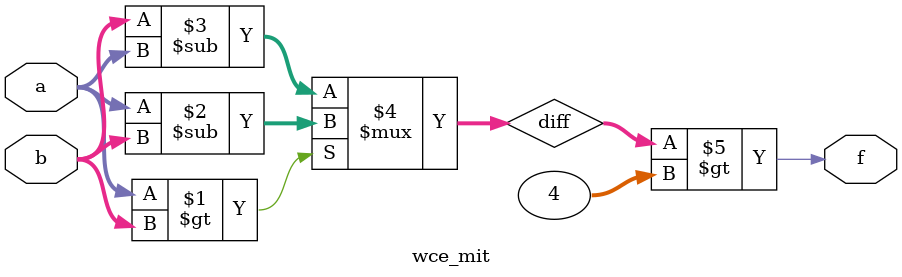
<source format=v>
module wce_mit(a, b, f);
parameter _bit = 8;
parameter wce = 4;
input [_bit - 1: 0] a;
input [_bit - 1: 0] b;
output f;
wire [_bit - 1: 0] diff;
assign diff = (a > b)? (a - b): (b - a);
assign f = (diff > wce);
endmodule

</source>
